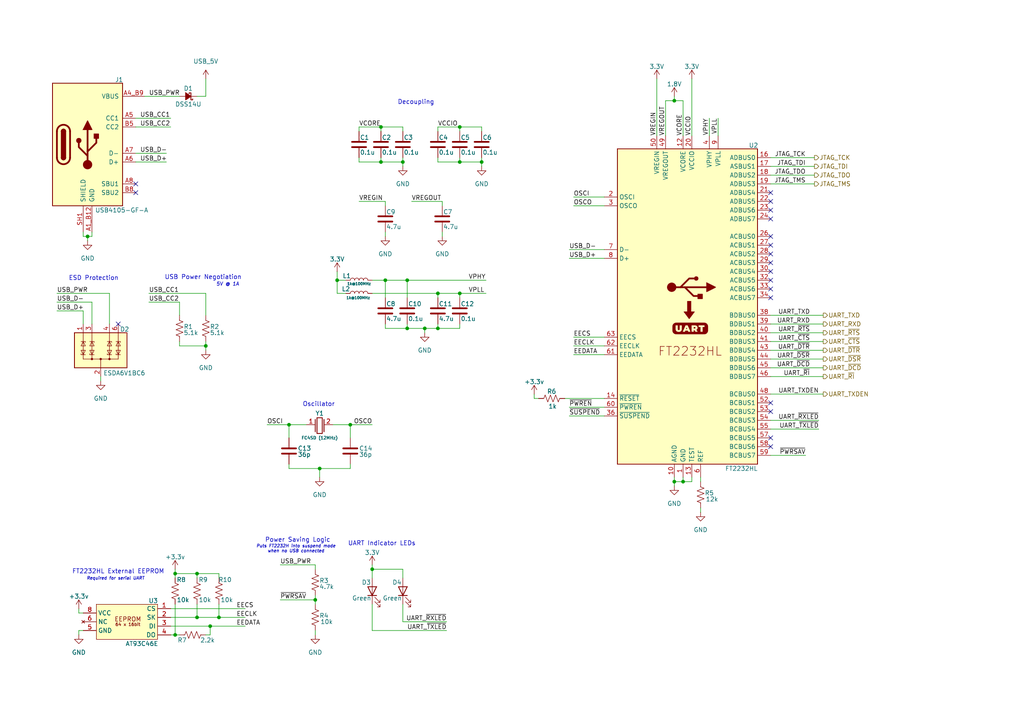
<source format=kicad_sch>
(kicad_sch (version 20231120) (generator "eeschema") (generator_version "8.0")
  (paper "A4")
  (lib_symbols
    (symbol "AA_Connectors:USB4105-GF-A" (pin_names (offset 1.016))
      (property "Reference" "J" (at 9.144 -24.384 0))
      (property "Value" "USB4105-GF-A" (at 0 14.224 0))
      (symbol "USB4105-GF-A_1_1"
        (pin passive line (at 1.27 -30.48 90) (length 7.62) (name "GND") (number "A1_B12"))
        (pin power_in line (at 16.51 8.89 180) (length 6.35) (name "VBUS") (number "A4_B9"))
        (pin bidirectional line (at 13.97 2.54 180) (length 3.81) (name "CC1") (number "A5"))
        (pin bidirectional line (at 13.97 -10.16 180) (length 3.81) (name "D+") (number "A6"))
        (pin bidirectional line (at 13.97 -7.62 180) (length 3.81) (name "D-") (number "A7"))
        (pin bidirectional line (at 13.97 -16.51 180) (length 3.81) (name "SBU1") (number "A8"))
        (pin passive line (at 1.27 -30.48 90) (length 7.62) hide (name "GND") (number "B1_A12"))
        (pin power_in line (at 16.51 8.89 180) (length 6.35) hide (name "VBUS") (number "B4_A9"))
        (pin bidirectional line (at 13.97 0 180) (length 3.81) (name "CC2") (number "B5"))
        (pin bidirectional line (at 13.97 -10.16 180) (length 3.81) hide (name "D+") (number "B6"))
        (pin bidirectional line (at 13.97 -7.62 180) (length 3.81) hide (name "D-") (number "B7"))
        (pin bidirectional line (at 13.97 -19.05 180) (length 3.81) (name "SBU2") (number "B8"))
        (pin passive line (at -1.27 -30.48 90) (length 7.62) (name "SHIELD") (number "SH1"))
        (pin passive line (at -1.27 -30.48 90) (length 7.62) hide (name "SHIELD") (number "SH2"))
        (pin passive line (at -1.27 -30.48 90) (length 7.62) hide (name "SHIELD") (number "SH3"))
        (pin passive line (at -1.27 -30.48 90) (length 7.62) hide (name "SHIELD") (number "SH4"))
      )
    )
    (symbol "AA_Crystals:CFS-206"
      (property "Reference" "Y" (at -0.762 3.81 0))
      (property "Value" "CFS-206" (at -4.572 -3.048 0))
      (symbol "CFS-206_1_1"
        (pin passive line (at -3.81 0 0) (length 2.54) (name "") (number "1"))
        (pin passive line (at 3.81 0 180) (length 2.54) (name "") (number "2"))
      )
    )
    (symbol "AA_EEPROM:AT93C46E"
      (property "Reference" "U" (at 7.874 6.096 0))
      (property "Value" "AT93C46E" (at 4.318 -6.35 0))
      (symbol "AT93C46E_0_0"
        (pin input line (at 12.7 3.81 180) (length 3.81) (name "CS") (number "1"))
        (pin input line (at 12.7 1.27 180) (length 3.81) (name "SK") (number "2"))
        (pin input line (at 12.7 -1.27 180) (length 3.81) (name "DI") (number "3"))
        (pin output line (at 12.7 -3.81 180) (length 3.81) (name "DO") (number "4"))
        (pin power_in line (at -12.7 -2.54 0) (length 3.81) (name "GND") (number "5"))
        (pin no_connect line (at -12.7 0 0) (length 3.81) (name "NC") (number "6"))
        (pin power_in line (at -12.7 2.54 0) (length 3.81) (name "VCC") (number "8"))
      )
      (symbol "AT93C46E_1_0"
        (pin no_connect line (at -12.7 0 0) (length 3.81) hide (name "NC") (number "7"))
      )
      (symbol "AT93C46E_1_1"
        (text "64 x 16bit" (at 0.254 -0.762 0) (effects (font (size 0.889 0.889))))
        (text "EEPROM" (at 0.254 0.762 0) (effects (font (size 1.27 1.27))))
      )
    )
    (symbol "AA_USB_Interface:FT2232HL"
      (property "Reference" "U" (at 19.05 46.736 0))
      (property "Value" "FT2232HL" (at 16.002 -46.99 0))
      (symbol "FT2232HL_0_0"
        (pin power_in line (at -1.27 -49.53 90) (length 3.81) (name "GND") (number "1"))
        (pin power_in line (at -1.27 49.53 270) (length 3.81) (name "VCORE") (number "12"))
        (pin input line (at 1.27 -49.53 90) (length 3.81) (name "TEST") (number "13"))
        (pin input line (at -24.13 -26.67 0) (length 3.81) (name "~{RESET}") (number "14"))
        (pin bidirectional line (at 24.13 43.18 180) (length 3.81) (name "ADBUS0") (number "16"))
        (pin bidirectional line (at 24.13 40.64 180) (length 3.81) (name "ASBUS1") (number "17"))
        (pin bidirectional line (at 24.13 38.1 180) (length 3.81) (name "ADBUS2") (number "18"))
        (pin bidirectional line (at 24.13 35.56 180) (length 3.81) (name "ADBUS3") (number "19"))
        (pin input line (at -24.13 31.75 0) (length 3.81) (name "OSCI") (number "2"))
        (pin power_in line (at 1.27 49.53 270) (length 3.81) (name "VCCIO") (number "20"))
        (pin bidirectional line (at 24.13 33.02 180) (length 3.81) (name "ADBUS4") (number "21"))
        (pin bidirectional line (at 24.13 30.48 180) (length 3.81) (name "ADBUS5") (number "22"))
        (pin bidirectional line (at 24.13 27.94 180) (length 3.81) (name "ADBUS6") (number "23"))
        (pin bidirectional line (at 24.13 25.4 180) (length 3.81) (name "ADBUS7") (number "24"))
        (pin bidirectional line (at 24.13 20.32 180) (length 3.81) (name "ACBUS0") (number "26"))
        (pin bidirectional line (at 24.13 17.78 180) (length 3.81) (name "ACBUS1") (number "27"))
        (pin bidirectional line (at 24.13 15.24 180) (length 3.81) (name "ACBUS2") (number "28"))
        (pin bidirectional line (at 24.13 12.7 180) (length 3.81) (name "ACBUS3") (number "29"))
        (pin output line (at -24.13 29.21 0) (length 3.81) (name "OSCO") (number "3"))
        (pin bidirectional line (at 24.13 10.16 180) (length 3.81) (name "ACBUS4") (number "30"))
        (pin bidirectional line (at 24.13 7.62 180) (length 3.81) (name "ACBUS5") (number "32"))
        (pin bidirectional line (at 24.13 5.08 180) (length 3.81) (name "ACBUS6") (number "33"))
        (pin bidirectional line (at 24.13 2.54 180) (length 3.81) (name "ACBUS7") (number "34"))
        (pin output line (at -24.13 -31.75 0) (length 3.81) (name "~{SUSPEND}") (number "36"))
        (pin bidirectional line (at 24.13 -2.54 180) (length 3.81) (name "BDBUS0") (number "38"))
        (pin bidirectional line (at 24.13 -5.08 180) (length 3.81) (name "BDBUS1") (number "39"))
        (pin power_in line (at 6.35 49.53 270) (length 3.81) (name "VPHY") (number "4"))
        (pin bidirectional line (at 24.13 -7.62 180) (length 3.81) (name "BDBUS2") (number "40"))
        (pin bidirectional line (at 24.13 -10.16 180) (length 3.81) (name "BDBUS3") (number "41"))
        (pin bidirectional line (at 24.13 -12.7 180) (length 3.81) (name "BDBUS4") (number "43"))
        (pin bidirectional line (at 24.13 -15.24 180) (length 3.81) (name "BDBUS5") (number "44"))
        (pin bidirectional line (at 24.13 -17.78 180) (length 3.81) (name "BDBUS6") (number "45"))
        (pin bidirectional line (at 24.13 -20.32 180) (length 3.81) (name "BDBUS7") (number "46"))
        (pin bidirectional line (at 24.13 -25.4 180) (length 3.81) (name "BCBUS0") (number "48"))
        (pin power_out line (at -6.35 49.53 270) (length 3.81) (name "VREGOUT") (number "49"))
        (pin power_in line (at -8.89 49.53 270) (length 3.81) (name "VREGIN") (number "50"))
        (pin bidirectional line (at 24.13 -27.94 180) (length 3.81) (name "BCBUS1") (number "52"))
        (pin bidirectional line (at 24.13 -30.48 180) (length 3.81) (name "BCBUS2") (number "53"))
        (pin bidirectional line (at 24.13 -33.02 180) (length 3.81) (name "BCBUS3") (number "54"))
        (pin bidirectional line (at 24.13 -35.56 180) (length 3.81) (name "BCBUS4") (number "55"))
        (pin bidirectional line (at 24.13 -38.1 180) (length 3.81) (name "BCBUS5") (number "57"))
        (pin bidirectional line (at 24.13 -40.64 180) (length 3.81) (name "BCBUS6") (number "58"))
        (pin bidirectional line (at 24.13 -43.18 180) (length 3.81) (name "BCBUS7") (number "59"))
        (pin input line (at 3.81 -49.53 90) (length 3.81) (name "REF") (number "6"))
        (pin output line (at -24.13 -29.21 0) (length 3.81) (name "~{PWREN}") (number "60"))
        (pin bidirectional line (at -24.13 -13.97 0) (length 3.81) (name "EEDATA") (number "61"))
        (pin output line (at -24.13 -11.43 0) (length 3.81) (name "EECLK") (number "62"))
        (pin bidirectional line (at -24.13 -8.89 0) (length 3.81) (name "EECS") (number "63"))
        (pin power_in line (at 8.89 49.53 270) (length 3.81) (name "VPLL") (number "9"))
      )
      (symbol "FT2232HL_1_0"
        (pin power_in line (at -3.81 -49.53 90) (length 3.81) (name "AGND") (number "10"))
        (pin power_in line (at -1.27 -49.53 90) (length 3.81) hide (name "GND") (number "11"))
        (pin power_in line (at -1.27 -49.53 90) (length 3.81) hide (name "GND") (number "15"))
        (pin power_in line (at -1.27 -49.53 90) (length 3.81) hide (name "GND") (number "25"))
        (pin power_in line (at 1.27 49.53 270) (length 3.81) hide (name "VCCIO") (number "31"))
        (pin power_in line (at -1.27 -49.53 90) (length 3.81) hide (name "GND") (number "35"))
        (pin power_in line (at -1.27 49.53 270) (length 3.81) hide (name "VCORE") (number "37"))
        (pin power_in line (at 1.27 49.53 270) (length 3.81) hide (name "VCCIO") (number "42"))
        (pin power_in line (at -1.27 -49.53 90) (length 3.81) hide (name "GND") (number "47"))
        (pin power_in line (at -1.27 -49.53 90) (length 3.81) hide (name "GND") (number "5"))
        (pin power_in line (at -1.27 -49.53 90) (length 3.81) hide (name "GND") (number "51"))
        (pin power_in line (at 1.27 49.53 270) (length 3.81) hide (name "VCCIO") (number "56"))
        (pin power_in line (at -1.27 49.53 270) (length 3.81) hide (name "VCORE") (number "64"))
        (pin bidirectional line (at -24.13 16.51 0) (length 3.81) (name "D-") (number "7"))
        (pin bidirectional line (at -24.13 13.97 0) (length 3.81) (name "D+") (number "8"))
      )
      (symbol "FT2232HL_1_1"
        (text "FT2232HL" (at 0.762 -12.954 0) (effects (font (size 2.54 2.54))))
      )
    )
    (symbol "Device:C" (pin_numbers hide) (pin_names (offset 0.254))
      (property "Reference" "C" (at 0.635 2.54 0))
      (property "Value" "C" (at 0.635 -2.54 0))
      (symbol "C_1_1"
        (pin passive line (at 0 3.81 270) (length 2.794) (name "~") (number "1"))
        (pin passive line (at 0 -3.81 90) (length 2.794) (name "~") (number "2"))
      )
    )
    (symbol "Device:D_Schottky_Small_Filled" (pin_numbers hide) (pin_names (offset 0.254) hide)
      (property "Reference" "D" (at -1.27 2.032 0))
      (property "Value" "D_Schottky_Small_Filled" (at -7.112 -2.032 0))
      (symbol "D_Schottky_Small_Filled_1_1"
        (pin passive line (at -2.54 0 0) (length 1.778) (name "K") (number "1"))
        (pin passive line (at 2.54 0 180) (length 1.778) (name "A") (number "2"))
      )
    )
    (symbol "Device:L" (pin_numbers hide) (pin_names (offset 1.016) hide)
      (property "Reference" "L" (at -1.27 0 90))
      (property "Value" "L" (at 1.905 0 90))
      (symbol "L_1_1"
        (pin passive line (at 0 3.81 270) (length 1.27) (name "1") (number "1"))
        (pin passive line (at 0 -3.81 90) (length 1.27) (name "2") (number "2"))
      )
    )
    (symbol "Device:LED" (pin_numbers hide) (pin_names (offset 1.016) hide)
      (property "Reference" "D" (at 0 2.54 0))
      (property "Value" "LED" (at 0 -2.54 0))
      (symbol "LED_1_1"
        (pin passive line (at -3.81 0 0) (length 2.54) (name "K") (number "1"))
        (pin passive line (at 3.81 0 180) (length 2.54) (name "A") (number "2"))
      )
    )
    (symbol "Device:R_US" (pin_numbers hide) (pin_names (offset 0))
      (property "Reference" "R" (at 2.54 0 90))
      (property "Value" "R_US" (at -2.54 0 90))
      (symbol "R_US_1_1"
        (pin passive line (at 0 3.81 270) (length 1.27) (name "~") (number "1"))
        (pin passive line (at 0 -3.81 90) (length 1.27) (name "~") (number "2"))
      )
    )
    (symbol "Power_Protection:ESDA6V1BC6" (pin_names hide)
      (property "Reference" "D" (at -2.54 -6.35 0))
      (property "Value" "ESDA6V1BC6" (at 1.27 -6.35 0))
      (symbol "ESDA6V1BC6_0_0"
        (pin passive line (at 0 -7.62 90) (length 2.54) (name "COM") (number "2"))
      )
      (symbol "ESDA6V1BC6_1_1"
        (pin passive line (at -5.08 7.62 270) (length 2.54) (name "TVS1") (number "1"))
        (pin passive line (at -2.54 7.62 270) (length 2.54) (name "TVS2") (number "3"))
        (pin passive line (at 2.54 7.62 270) (length 2.54) (name "TVS3") (number "4"))
        (pin passive line (at 0 -7.62 90) (length 2.54) hide (name "COM") (number "5"))
        (pin passive line (at 5.08 7.62 270) (length 2.54) (name "TVS4") (number "6"))
      )
    )
    (symbol "power:+3.3V" (power) (pin_numbers hide) (pin_names (offset 0) hide)
      (property "Value" "+3.3V" (at 0 3.556 0))
      (symbol "+3.3V_1_1"
        (pin power_in line (at 0 0 90) (length 0) (name "~") (number "1"))
      )
    )
    (symbol "power:GND" (power) (pin_numbers hide) (pin_names (offset 0) hide)
      (property "Value" "GND" (at 0 -3.81 0))
      (symbol "GND_1_1"
        (pin power_in line (at 0 0 270) (length 0) (name "~") (number "1"))
      )
    )
  )
  (junction (at 59.69 100.33))
  (junction (at 116.84 46.99))
  (junction (at 123.19 95.25))
  (junction (at 107.95 165.1))
  (junction (at 110.49 36.83))
  (junction (at 118.11 81.28))
  (junction (at 133.35 85.09))
  (junction (at 92.71 135.89))
  (junction (at 133.35 36.83))
  (junction (at 57.15 179.07))
  (junction (at 111.76 81.28))
  (junction (at 50.8 166.37))
  (junction (at 110.49 46.99))
  (junction (at 101.6 123.19))
  (junction (at 198.12 139.7))
  (junction (at 195.58 139.7))
  (junction (at 50.8 184.15))
  (junction (at 83.82 123.19))
  (junction (at 127 95.25))
  (junction (at 91.44 173.99))
  (junction (at 63.5 179.07))
  (junction (at 60.96 181.61))
  (junction (at 127 85.09))
  (junction (at 195.58 29.21))
  (junction (at 97.79 81.28))
  (junction (at 118.11 95.25))
  (junction (at 25.4 68.58))
  (junction (at 57.15 166.37))
  (junction (at 139.7 46.99))
  (junction (at 133.35 46.99))
  (no_connect (at 223.52 81.28))
  (no_connect (at 223.52 83.82))
  (no_connect (at 223.52 119.38))
  (no_connect (at 34.29 93.98))
  (no_connect (at 223.52 78.74))
  (no_connect (at 223.52 116.84))
  (no_connect (at 39.37 53.34))
  (no_connect (at 223.52 86.36))
  (no_connect (at 223.52 76.2))
  (no_connect (at 39.37 55.88))
  (no_connect (at 223.52 127))
  (no_connect (at 223.52 71.12))
  (no_connect (at 223.52 63.5))
  (no_connect (at 223.52 68.58))
  (no_connect (at 223.52 58.42))
  (no_connect (at 223.52 60.96))
  (no_connect (at 223.52 129.54))
  (no_connect (at 223.52 55.88))
  (no_connect (at 223.52 73.66))
  (wire (pts (xy 52.07 91.44) (xy 52.07 87.63)))
  (wire (pts (xy 110.49 46.99) (xy 116.84 46.99)))
  (wire (pts (xy 107.95 163.83) (xy 107.95 165.1)))
  (wire (pts (xy 50.8 184.15) (xy 52.07 184.15)))
  (wire (pts (xy 223.52 104.14) (xy 238.76 104.14)))
  (wire (pts (xy 223.52 45.72) (xy 236.22 45.72)))
  (wire (pts (xy 166.37 97.79) (xy 175.26 97.79)))
  (wire (pts (xy 203.2 138.43) (xy 203.2 139.7)))
  (wire (pts (xy 22.86 176.53) (xy 22.86 177.8)))
  (wire (pts (xy 111.76 95.25) (xy 118.11 95.25)))
  (wire (pts (xy 128.27 67.31) (xy 128.27 68.58)))
  (wire (pts (xy 128.27 58.42) (xy 128.27 59.69)))
  (wire (pts (xy 116.84 175.26) (xy 116.84 180.34)))
  (wire (pts (xy 118.11 81.28) (xy 118.11 86.36)))
  (wire (pts (xy 139.7 46.99) (xy 139.7 48.26)))
  (wire (pts (xy 107.95 85.09) (xy 127 85.09)))
  (wire (pts (xy 26.67 87.63) (xy 16.51 87.63)))
  (wire (pts (xy 59.69 184.15) (xy 60.96 184.15)))
  (wire (pts (xy 223.52 109.22) (xy 238.76 109.22)))
  (wire (pts (xy 104.14 46.99) (xy 110.49 46.99)))
  (wire (pts (xy 198.12 29.21) (xy 198.12 39.37)))
  (wire (pts (xy 97.79 85.09) (xy 100.33 85.09)))
  (wire (pts (xy 127 95.25) (xy 133.35 95.25)))
  (wire (pts (xy 50.8 175.26) (xy 50.8 184.15)))
  (wire (pts (xy 223.52 93.98) (xy 238.76 93.98)))
  (wire (pts (xy 22.86 182.88) (xy 24.13 182.88)))
  (wire (pts (xy 165.1 118.11) (xy 175.26 118.11)))
  (wire (pts (xy 107.95 165.1) (xy 107.95 167.64)))
  (wire (pts (xy 52.07 99.06) (xy 52.07 100.33)))
  (wire (pts (xy 116.84 46.99) (xy 116.84 48.26)))
  (wire (pts (xy 57.15 27.94) (xy 59.69 27.94)))
  (wire (pts (xy 52.07 87.63) (xy 43.18 87.63)))
  (wire (pts (xy 166.37 100.33) (xy 175.26 100.33)))
  (wire (pts (xy 57.15 166.37) (xy 63.5 166.37)))
  (wire (pts (xy 25.4 68.58) (xy 26.67 68.58)))
  (wire (pts (xy 52.07 100.33) (xy 59.69 100.33)))
  (wire (pts (xy 195.58 138.43) (xy 195.58 139.7)))
  (wire (pts (xy 139.7 46.99) (xy 139.7 45.72)))
  (wire (pts (xy 110.49 36.83) (xy 116.84 36.83)))
  (wire (pts (xy 59.69 100.33) (xy 59.69 99.06)))
  (wire (pts (xy 77.47 123.19) (xy 83.82 123.19)))
  (wire (pts (xy 59.69 100.33) (xy 59.69 101.6)))
  (wire (pts (xy 29.21 109.22) (xy 29.21 110.49)))
  (wire (pts (xy 63.5 175.26) (xy 63.5 179.07)))
  (wire (pts (xy 104.14 58.42) (xy 111.76 58.42)))
  (wire (pts (xy 133.35 45.72) (xy 133.35 46.99)))
  (wire (pts (xy 57.15 179.07) (xy 63.5 179.07)))
  (wire (pts (xy 107.95 182.88) (xy 129.54 182.88)))
  (wire (pts (xy 104.14 36.83) (xy 110.49 36.83)))
  (wire (pts (xy 60.96 181.61) (xy 71.12 181.61)))
  (wire (pts (xy 195.58 29.21) (xy 198.12 29.21)))
  (wire (pts (xy 49.53 181.61) (xy 60.96 181.61)))
  (wire (pts (xy 24.13 67.31) (xy 24.13 68.58)))
  (wire (pts (xy 60.96 184.15) (xy 60.96 181.61)))
  (wire (pts (xy 91.44 173.99) (xy 91.44 175.26)))
  (wire (pts (xy 208.28 34.29) (xy 208.28 39.37)))
  (wire (pts (xy 83.82 123.19) (xy 88.9 123.19)))
  (wire (pts (xy 81.28 163.83) (xy 91.44 163.83)))
  (wire (pts (xy 43.18 85.09) (xy 59.69 85.09)))
  (wire (pts (xy 154.94 114.3) (xy 154.94 115.57)))
  (wire (pts (xy 57.15 166.37) (xy 57.15 167.64)))
  (wire (pts (xy 166.37 59.69) (xy 175.26 59.69)))
  (wire (pts (xy 63.5 166.37) (xy 63.5 167.64)))
  (wire (pts (xy 39.37 36.83) (xy 49.53 36.83)))
  (wire (pts (xy 24.13 68.58) (xy 25.4 68.58)))
  (wire (pts (xy 59.69 85.09) (xy 59.69 91.44)))
  (wire (pts (xy 111.76 67.31) (xy 111.76 68.58)))
  (wire (pts (xy 127 46.99) (xy 133.35 46.99)))
  (wire (pts (xy 133.35 46.99) (xy 139.7 46.99)))
  (wire (pts (xy 127 36.83) (xy 133.35 36.83)))
  (wire (pts (xy 41.91 27.94) (xy 52.07 27.94)))
  (wire (pts (xy 205.74 34.29) (xy 205.74 39.37)))
  (wire (pts (xy 193.04 29.21) (xy 193.04 39.37)))
  (wire (pts (xy 83.82 135.89) (xy 92.71 135.89)))
  (wire (pts (xy 223.52 121.92) (xy 237.49 121.92)))
  (wire (pts (xy 223.52 124.46) (xy 237.49 124.46)))
  (wire (pts (xy 49.53 176.53) (xy 71.12 176.53)))
  (wire (pts (xy 91.44 172.72) (xy 91.44 173.99)))
  (wire (pts (xy 110.49 36.83) (xy 110.49 38.1)))
  (wire (pts (xy 200.66 22.86) (xy 200.66 39.37)))
  (wire (pts (xy 107.95 81.28) (xy 111.76 81.28)))
  (wire (pts (xy 165.1 120.65) (xy 175.26 120.65)))
  (wire (pts (xy 96.52 123.19) (xy 101.6 123.19)))
  (wire (pts (xy 107.95 175.26) (xy 107.95 182.88)))
  (wire (pts (xy 26.67 68.58) (xy 26.67 67.31)))
  (wire (pts (xy 110.49 45.72) (xy 110.49 46.99)))
  (wire (pts (xy 116.84 180.34) (xy 129.54 180.34)))
  (wire (pts (xy 133.35 36.83) (xy 133.35 38.1)))
  (wire (pts (xy 123.19 95.25) (xy 123.19 96.52)))
  (wire (pts (xy 133.35 85.09) (xy 140.97 85.09)))
  (wire (pts (xy 200.66 139.7) (xy 198.12 139.7)))
  (wire (pts (xy 127 38.1) (xy 127 36.83)))
  (wire (pts (xy 111.76 58.42) (xy 111.76 59.69)))
  (wire (pts (xy 223.52 106.68) (xy 238.76 106.68)))
  (wire (pts (xy 91.44 163.83) (xy 91.44 165.1)))
  (wire (pts (xy 111.76 81.28) (xy 118.11 81.28)))
  (wire (pts (xy 195.58 27.94) (xy 195.58 29.21)))
  (wire (pts (xy 166.37 57.15) (xy 175.26 57.15)))
  (wire (pts (xy 190.5 22.86) (xy 190.5 39.37)))
  (wire (pts (xy 223.52 101.6) (xy 238.76 101.6)))
  (wire (pts (xy 91.44 182.88) (xy 91.44 184.15)))
  (wire (pts (xy 50.8 166.37) (xy 57.15 166.37)))
  (wire (pts (xy 111.76 93.98) (xy 111.76 95.25)))
  (wire (pts (xy 101.6 123.19) (xy 107.95 123.19)))
  (wire (pts (xy 50.8 165.1) (xy 50.8 166.37)))
  (wire (pts (xy 223.52 114.3) (xy 238.76 114.3)))
  (wire (pts (xy 83.82 123.19) (xy 83.82 127)))
  (wire (pts (xy 31.75 85.09) (xy 31.75 93.98)))
  (wire (pts (xy 22.86 184.15) (xy 22.86 182.88)))
  (wire (pts (xy 104.14 45.72) (xy 104.14 46.99)))
  (wire (pts (xy 49.53 179.07) (xy 57.15 179.07)))
  (wire (pts (xy 195.58 139.7) (xy 195.58 140.97)))
  (wire (pts (xy 116.84 36.83) (xy 116.84 38.1)))
  (wire (pts (xy 104.14 38.1) (xy 104.14 36.83)))
  (wire (pts (xy 26.67 87.63) (xy 26.67 93.98)))
  (wire (pts (xy 83.82 134.62) (xy 83.82 135.89)))
  (wire (pts (xy 200.66 138.43) (xy 200.66 139.7)))
  (wire (pts (xy 223.52 91.44) (xy 238.76 91.44)))
  (wire (pts (xy 165.1 74.93) (xy 175.26 74.93)))
  (wire (pts (xy 63.5 179.07) (xy 71.12 179.07)))
  (wire (pts (xy 223.52 96.52) (xy 238.76 96.52)))
  (wire (pts (xy 223.52 53.34) (xy 236.22 53.34)))
  (wire (pts (xy 97.79 81.28) (xy 100.33 81.28)))
  (wire (pts (xy 116.84 165.1) (xy 116.84 167.64)))
  (wire (pts (xy 97.79 81.28) (xy 97.79 85.09)))
  (wire (pts (xy 97.79 78.74) (xy 97.79 81.28)))
  (wire (pts (xy 25.4 68.58) (xy 25.4 69.85)))
  (wire (pts (xy 39.37 44.45) (xy 48.26 44.45)))
  (wire (pts (xy 203.2 147.32) (xy 203.2 148.59)))
  (wire (pts (xy 116.84 46.99) (xy 116.84 45.72)))
  (wire (pts (xy 57.15 175.26) (xy 57.15 179.07)))
  (wire (pts (xy 92.71 135.89) (xy 92.71 138.43)))
  (wire (pts (xy 81.28 173.99) (xy 91.44 173.99)))
  (wire (pts (xy 223.52 99.06) (xy 238.76 99.06)))
  (wire (pts (xy 107.95 165.1) (xy 116.84 165.1)))
  (wire (pts (xy 118.11 81.28) (xy 140.97 81.28)))
  (wire (pts (xy 119.38 58.42) (xy 128.27 58.42)))
  (wire (pts (xy 101.6 123.19) (xy 101.6 127)))
  (wire (pts (xy 165.1 72.39) (xy 175.26 72.39)))
  (wire (pts (xy 127 95.25) (xy 127 93.98)))
  (wire (pts (xy 166.37 102.87) (xy 175.26 102.87)))
  (wire (pts (xy 39.37 46.99) (xy 48.26 46.99)))
  (wire (pts (xy 39.37 34.29) (xy 49.53 34.29)))
  (wire (pts (xy 24.13 90.17) (xy 24.13 93.98)))
  (wire (pts (xy 31.75 85.09) (xy 16.51 85.09)))
  (wire (pts (xy 133.35 95.25) (xy 133.35 93.98)))
  (wire (pts (xy 133.35 36.83) (xy 139.7 36.83)))
  (wire (pts (xy 16.51 90.17) (xy 24.13 90.17)))
  (wire (pts (xy 24.13 177.8) (xy 22.86 177.8)))
  (wire (pts (xy 154.94 115.57) (xy 156.21 115.57)))
  (wire (pts (xy 198.12 138.43) (xy 198.12 139.7)))
  (wire (pts (xy 127 45.72) (xy 127 46.99)))
  (wire (pts (xy 133.35 85.09) (xy 133.35 86.36)))
  (wire (pts (xy 139.7 36.83) (xy 139.7 38.1)))
  (wire (pts (xy 127 85.09) (xy 127 86.36)))
  (wire (pts (xy 223.52 132.08) (xy 233.68 132.08)))
  (wire (pts (xy 101.6 135.89) (xy 101.6 134.62)))
  (wire (pts (xy 193.04 29.21) (xy 195.58 29.21)))
  (wire (pts (xy 163.83 115.57) (xy 175.26 115.57)))
  (wire (pts (xy 111.76 81.28) (xy 111.76 86.36)))
  (wire (pts (xy 50.8 166.37) (xy 50.8 167.64)))
  (wire (pts (xy 127 85.09) (xy 133.35 85.09)))
  (wire (pts (xy 123.19 95.25) (xy 127 95.25)))
  (wire (pts (xy 118.11 93.98) (xy 118.11 95.25)))
  (wire (pts (xy 59.69 27.94) (xy 59.69 22.86)))
  (wire (pts (xy 223.52 50.8) (xy 236.22 50.8)))
  (wire (pts (xy 195.58 139.7) (xy 198.12 139.7)))
  (wire (pts (xy 118.11 95.25) (xy 123.19 95.25)))
  (wire (pts (xy 92.71 135.89) (xy 101.6 135.89)))
  (wire (pts (xy 223.52 48.26) (xy 236.22 48.26)))
  (wire (pts (xy 49.53 184.15) (xy 50.8 184.15)))
  (text "USB Power Negotiation" (at 58.928 80.518 0) (effects (font (size 1.27 1.27))))
  (text "5V @ 1A" (at 66.04 82.55 0) (effects (font (size 1.016 1.016) (italic yes))))
  (text "Required for serial UART" (at 33.528 167.894 0) (effects (font (size 0.889 0.889) (italic yes))))
  (text "Puts FT2232H into suspend mode\nwhen no USB connected" (at 85.852 159.258 0) (effects (font (size 0.889 0.889) (italic yes))))
  (text "Oscillator" (at 92.456 117.348 0) (effects (font (size 1.27 1.27))))
  (text "ESD Protection" (at 27.178 80.772 0) (effects (font (size 1.27 1.27))))
  (text "FT2232HL External EEPROM" (at 34.29 165.862 0) (effects (font (size 1.27 1.27))))
  (text "Power Saving Logic" (at 86.36 156.718 0) (effects (font (size 1.27 1.27))))
  (text "Decoupling" (at 120.65 29.718 0) (effects (font (size 1.27 1.27))))
  (text "UART Indicator LEDs" (at 110.744 157.734 0) (effects (font (size 1.27 1.27))))
  (label "USB_PWR" (at 43.18 27.94 0))
  (label "VREGIN" (at 104.14 58.42 0))
  (label "USB_D-" (at 40.64 44.45 0))
  (label "USB_PWR" (at 16.51 85.09 0))
  (label "VREGOUT" (at 193.04 39.37 90))
  (label "USB_CC1" (at 43.18 85.09 0))
  (label "JTAG_TDO" (at 233.68 50.8 180))
  (label "EECS" (at 68.58 176.53 0))
  (label "VREGOUT" (at 119.38 58.42 0))
  (label "EECLK" (at 166.37 100.33 0))
  (label "USB_PWR" (at 81.28 163.83 0))
  (label "USB_CC2" (at 40.64 36.83 0))
  (label "VCCIO" (at 200.66 39.37 90))
  (label "UART_~{DTR}" (at 234.95 101.6 180))
  (label "~{PWRSAV}" (at 233.68 132.08 180))
  (label "UART_TXD" (at 234.95 91.44 180))
  (label "UART_~{RXLED}" (at 237.49 121.92 180))
  (label "EEDATA" (at 68.58 181.61 0))
  (label "EECLK" (at 68.58 179.07 0))
  (label "OSCI" (at 166.37 57.15 0))
  (label "VREGIN" (at 190.5 39.37 90))
  (label "USB_CC2" (at 43.18 87.63 0))
  (label "UART_~{RXLED}" (at 129.54 180.34 180))
  (label "JTAG_TMS" (at 233.68 53.34 180))
  (label "JTAG_TDI" (at 233.68 48.26 180))
  (label "UART_~{CTS}" (at 234.95 99.06 180))
  (label "USB_D-" (at 165.1 72.39 0))
  (label "USB_D+" (at 165.1 74.93 0))
  (label "VPHY" (at 205.74 34.29 270))
  (label "UART_RXD" (at 234.95 93.98 180))
  (label "UART_~{DSR}" (at 234.95 104.14 180))
  (label "UART_~{TXLED}" (at 129.54 182.88 180))
  (label "VCORE" (at 104.14 36.83 0))
  (label "~{PWREN}" (at 165.1 118.11 0))
  (label "EECS" (at 166.37 97.79 0))
  (label "VPHY" (at 135.89 81.28 0))
  (label "USB_CC1" (at 40.64 34.29 0))
  (label "OSCO" (at 107.95 123.19 180))
  (label "USB_D+" (at 16.51 90.17 0))
  (label "USB_D-" (at 16.51 87.63 0))
  (label "VCCIO" (at 127 36.83 0))
  (label "UART_~{RI}" (at 234.95 109.22 180))
  (label "UART_~{RTS}" (at 234.95 96.52 180))
  (label "UART_~{TXLED}" (at 237.49 124.46 180))
  (label "VPLL" (at 208.28 34.29 270))
  (label "JTAG_TCK" (at 233.68 45.72 180))
  (label "OSCI" (at 77.47 123.19 0))
  (label "VPLL" (at 135.89 85.09 0))
  (label "~{SUSPEND}" (at 165.1 120.65 0))
  (label "VCORE" (at 198.12 39.37 90))
  (label "UART_~{DCD}" (at 234.95 106.68 180))
  (label "~{PWRSAV}" (at 81.28 173.99 0))
  (label "UART_TXDEN" (at 237.49 114.3 180))
  (label "OSCO" (at 166.37 59.69 0))
  (label "EEDATA" (at 166.37 102.87 0))
  (label "USB_D+" (at 40.64 46.99 0))
  (hierarchical_label "UART_~{DTR}" (shape output) (at 238.76 101.6 0))
  (hierarchical_label "JTAG_TMS" (shape output) (at 236.22 53.34 0))
  (hierarchical_label "UART_~{RI}" (shape output) (at 238.76 109.22 0))
  (hierarchical_label "JTAG_TDO" (shape output) (at 236.22 50.8 0))
  (hierarchical_label "UART_RXD" (shape output) (at 238.76 93.98 0))
  (hierarchical_label "UART_TXDEN" (shape output) (at 238.76 114.3 0))
  (hierarchical_label "JTAG_TDI" (shape output) (at 236.22 48.26 0))
  (hierarchical_label "UART_~{RTS}" (shape output) (at 238.76 96.52 0))
  (hierarchical_label "UART_~{DSR}" (shape output) (at 238.76 104.14 0))
  (hierarchical_label "UART_~{DCD}" (shape output) (at 238.76 106.68 0))
  (hierarchical_label "UART_TXD" (shape output) (at 238.76 91.44 0))
  (hierarchical_label "UART_~{CTS}" (shape output) (at 238.76 99.06 0))
  (hierarchical_label "JTAG_TCK" (shape output) (at 236.22 45.72 0))
  (symbol (lib_id "Power_Protection:ESDA6V1BC6") (at 29.21 101.6 0) (unit 1)
    (property "Reference" "D2" (at 34.798 95.504 0) (effects (justify left)))
    (property "Value" "ESDA6V1BC6" (at 29.972 108.204 0) (effects (justify left)))
    (property "Footprint" "Package_TO_SOT_SMD:SOT-23-6" (effects (hide yes)))
    (property "Datasheet" "http://www.st.com/content/ccc/resource/technical/document/datasheet/21/07/21/e3/a8/df/42/a2/CD00001906.pdf/files/CD00001906.pdf/jcr:content/translations/en.CD00001906.pdf" (effects (hide yes)))
    (property "Description" "Quad bidirectional transil, Suppressor for ESD protection, 5V Standoff, 4 Channels, SOT-23-6" (effects (hide yes)))
  )
  (symbol (lib_id "AA_Connectors:USB4105-GF-A") (at 25.4 36.83 0) (unit 1)
    (property "Reference" "J1" (at 34.544 23.114 0))
    (property "Value" "USB4105-GF-A" (at 35.306 60.96 0))
    (property "Footprint" "AA_Connectors:GCT_USB4105-GF-A" (effects (hide yes)))
    (property "Datasheet" "https://mm.digikey.com/Volume0/opasdata/d220001/medias/docus/5492/USB4105.pdf" (effects (hide yes)))
    (property "Description" "USB 2.0-only 16P Type-C Receptacle connector" (effects (hide yes)))
  )
  (symbol (lib_id "Device:C") (at 127 41.91 0) (unit 1)
    (property "Reference" "C4" (at 127.254 39.878 0) (effects (justify left)))
    (property "Value" "0.1u" (at 127.254 44.196 0) (effects (justify left)))
    (property "Footprint" "Capacitor_SMD:C_0805_2012Metric" (effects (hide yes)))
    (property "Description" "Unpolarized capacitor" (effects (hide yes)))
  )
  (symbol (lib_id "Device:C") (at 111.76 63.5 0) (unit 1)
    (property "Reference" "C9" (at 112.014 61.468 0) (effects (justify left)))
    (property "Value" "4.7u" (at 112.014 65.786 0) (effects (justify left)))
    (property "Footprint" "Capacitor_SMD:C_0805_2012Metric" (effects (hide yes)))
    (property "Description" "Unpolarized capacitor" (effects (hide yes)))
  )
  (symbol (lib_id "Device:R_US") (at 203.2 143.51 180) (unit 1)
    (property "Reference" "R5" (at 205.74 143.002 0))
    (property "Value" "12k" (at 206.502 144.78 0))
    (property "Footprint" "Resistor_SMD:R_0805_2012Metric" (effects (hide yes)))
    (property "Description" "Resistor, US symbol" (effects (hide yes)))
  )
  (symbol (lib_id "AA_EEPROM:AT93C46E") (at 36.83 180.34 0) (unit 1)
    (property "Reference" "U3" (at 44.45 174.244 0))
    (property "Value" "AT93C46E" (at 41.148 186.69 0))
    (property "Datasheet" "https://ww1.microchip.com/downloads/aemDocuments/documents/MPD/ProductDocuments/DataSheets/20006224B.pdf" (effects (hide yes)))
    (property "Description" "EEPROM Memory IC 1Kbit 3-Wire Serial 2 MHz 8-SOIC" (effects (hide yes)))
  )
  (symbol (lib_id "Device:C") (at 118.11 90.17 0) (unit 1)
    (property "Reference" "C10" (at 118.364 88.138 0) (effects (justify left)))
    (property "Value" "0.1u" (at 118.364 92.456 0) (effects (justify left)))
    (property "Footprint" "Capacitor_SMD:C_0805_2012Metric" (effects (hide yes)))
    (property "Description" "Unpolarized capacitor" (effects (hide yes)))
  )
  (symbol (lib_id "Device:C") (at 133.35 90.17 0) (unit 1)
    (property "Reference" "C12" (at 133.604 88.138 0) (effects (justify left)))
    (property "Value" "0.1u" (at 133.604 92.456 0) (effects (justify left)))
    (property "Footprint" "Capacitor_SMD:C_0805_2012Metric" (effects (hide yes)))
    (property "Description" "Unpolarized capacitor" (effects (hide yes)))
  )
  (symbol (lib_id "Device:C") (at 83.82 130.81 0) (unit 1)
    (property "Reference" "C13" (at 86.36 130.048 0) (effects (justify left)))
    (property "Value" "36p" (at 86.36 131.8259 0) (effects (justify left)))
    (property "Footprint" "Capacitor_SMD:C_0805_2012Metric" (effects (hide yes)))
    (property "Description" "Unpolarized capacitor" (effects (hide yes)))
  )
  (symbol (lib_id "Device:R_US") (at 160.02 115.57 90) (unit 1)
    (property "Reference" "R6" (at 160.02 113.538 90))
    (property "Value" "1k" (at 160.274 117.856 90))
    (property "Footprint" "Resistor_SMD:R_0805_2012Metric" (effects (hide yes)))
    (property "Description" "Resistor, US symbol" (effects (hide yes)))
  )
  (symbol (lib_id "AA_USB_Interface:FT2232HL") (at 199.39 88.9 0) (unit 1)
    (property "Reference" "U2" (at 217.17 42.164 0) (effects (justify left)))
    (property "Value" "FT2232HL" (at 210.312 135.89 0) (effects (justify left)))
    (property "Footprint" "AA_USB_Interface:QFP50P1200X1200X160-64N" (effects (hide yes)))
    (property "Datasheet" "https://ftdichip.com/wp-content/uploads/2020/07/DS_FT2232H.pdf" (effects (hide yes)))
    (property "Description" "  IC USB HS DUAL UART/FIFO 64-LQFP" (effects (hide yes)))
  )
  (symbol (lib_id "AA_Crystals:CFS-206") (at 92.71 123.19 0) (unit 1)
    (property "Reference" "Y1" (at 92.71 119.888 0))
    (property "Value" "FC4SD (12MHz)" (at 92.71 127 0) (effects (font (size 0.889 0.889))))
    (property "Datasheet" "https://abracon.com/datasheets/Fox/FC4SD.pdf?utm_source=foxonline.com&utm_medium=301" (effects (hide yes)))
    (property "Description" "12 MHz ±30ppm Crystal 20pF 60 Ohms HC-49/US" (effects (hide yes)))
    (property "Manufacturer_Name" "Fox Electronics" (effects (hide yes)))
    (property "Manufacturer_Part_Number" "FC4SDCBMF12.0-T1" (effects (hide yes)))
  )
  (symbol (lib_id "power:GND") (at 29.21 110.49 0) (unit 1)
    (property "Reference" "#PWR02" (effects (hide yes)))
    (property "Value" "GND" (at 29.21 115.57 0))
    (property "Description" "Power symbol creates a global label with name \"GND\" , ground" (effects (hide yes)))
  )
  (symbol (lib_id "Device:C") (at 104.14 41.91 0) (unit 1)
    (property "Reference" "C1" (at 104.394 39.878 0) (effects (justify left)))
    (property "Value" "0.1u" (at 104.394 44.196 0) (effects (justify left)))
    (property "Footprint" "Capacitor_SMD:C_0805_2012Metric" (effects (hide yes)))
    (property "Description" "Unpolarized capacitor" (effects (hide yes)))
  )
  (symbol (lib_id "power:+3.3V") (at 22.86 176.53 0) (unit 1)
    (property "Reference" "#PWR012" (effects (hide yes)))
    (property "Value" "+3.3v" (at 22.86 172.974 0))
    (property "Description" "Power symbol creates a global label with name \"+3.3V\"" (effects (hide yes)))
  )
  (symbol (lib_id "power:+3.3V") (at 200.66 22.86 0) (unit 1)
    (property "Reference" "#PWR016" (effects (hide yes)))
    (property "Value" "3.3V" (at 200.66 19.304 0))
    (property "Description" "Power symbol creates a global label with name \"+3.3V\"" (effects (hide yes)))
  )
  (symbol (lib_id "Device:LED") (at 107.95 171.45 90) (unit 1)
    (property "Reference" "D3" (at 104.902 168.91 90) (effects (justify right)))
    (property "Value" "Green" (at 102.108 173.482 90) (effects (justify right)))
    (property "Description" "Light emitting diode" (effects (hide yes)))
  )
  (symbol (lib_id "power:GND") (at 59.69 101.6 0) (unit 1)
    (property "Reference" "#PWR05" (effects (hide yes)))
    (property "Value" "GND" (at 59.69 106.68 0))
    (property "Description" "Power symbol creates a global label with name \"GND\" , ground" (effects (hide yes)))
  )
  (symbol (lib_id "power:+3.3V") (at 107.95 163.83 0) (unit 1)
    (property "Reference" "#PWR024" (effects (hide yes)))
    (property "Value" "3.3V" (at 107.95 160.274 0))
    (property "Description" "Power symbol creates a global label with name \"+3.3V\"" (effects (hide yes)))
  )
  (symbol (lib_id "Device:R_US") (at 91.44 168.91 180) (unit 1)
    (property "Reference" "R3" (at 93.98 168.402 0))
    (property "Value" "4.7k" (at 94.742 170.18 0))
    (property "Footprint" "Resistor_SMD:R_0805_2012Metric" (effects (hide yes)))
    (property "Description" "Resistor, US symbol" (effects (hide yes)))
  )
  (symbol (lib_id "power:+3.3V") (at 50.8 165.1 0) (unit 1)
    (property "Reference" "#PWR013" (effects (hide yes)))
    (property "Value" "+3.3v" (at 50.8 161.544 0))
    (property "Description" "Power symbol creates a global label with name \"+3.3V\"" (effects (hide yes)))
  )
  (symbol (lib_id "power:GND") (at 111.76 68.58 0) (unit 1)
    (property "Reference" "#PWR019" (effects (hide yes)))
    (property "Value" "GND" (at 111.76 73.66 0))
    (property "Description" "Power symbol creates a global label with name \"GND\" , ground" (effects (hide yes)))
  )
  (symbol (lib_id "Device:R_US") (at 63.5 171.45 180) (unit 1)
    (property "Reference" "R10" (at 65.278 168.148 0))
    (property "Value" "10k" (at 65.786 173.99 0))
    (property "Footprint" "Resistor_SMD:R_0805_2012Metric" (effects (hide yes)))
    (property "Description" "Resistor, US symbol" (effects (hide yes)))
  )
  (symbol (lib_id "power:GND") (at 203.2 148.59 0) (unit 1)
    (property "Reference" "#PWR08" (effects (hide yes)))
    (property "Value" "GND" (at 203.2 153.67 0))
    (property "Description" "Power symbol creates a global label with name \"GND\" , ground" (effects (hide yes)))
  )
  (symbol (lib_id "Device:C") (at 128.27 63.5 0) (unit 1)
    (property "Reference" "C7" (at 128.524 61.468 0) (effects (justify left)))
    (property "Value" "4.7u" (at 128.524 65.786 0) (effects (justify left)))
    (property "Footprint" "Capacitor_SMD:C_0805_2012Metric" (effects (hide yes)))
    (property "Description" "Unpolarized capacitor" (effects (hide yes)))
  )
  (symbol (lib_id "Device:R_US") (at 50.8 171.45 180) (unit 1)
    (property "Reference" "R8" (at 52.578 168.148 0))
    (property "Value" "10k" (at 53.086 173.99 0))
    (property "Footprint" "Resistor_SMD:R_0805_2012Metric" (effects (hide yes)))
    (property "Description" "Resistor, US symbol" (effects (hide yes)))
  )
  (symbol (lib_id "Device:C") (at 133.35 41.91 0) (unit 1)
    (property "Reference" "C5" (at 133.604 39.878 0) (effects (justify left)))
    (property "Value" "0.1u" (at 133.604 44.196 0) (effects (justify left)))
    (property "Footprint" "Capacitor_SMD:C_0805_2012Metric" (effects (hide yes)))
    (property "Description" "Unpolarized capacitor" (effects (hide yes)))
  )
  (symbol (lib_id "power:GND") (at 116.84 48.26 0) (unit 1)
    (property "Reference" "#PWR017" (effects (hide yes)))
    (property "Value" "GND" (at 116.84 53.34 0))
    (property "Description" "Power symbol creates a global label with name \"GND\" , ground" (effects (hide yes)))
  )
  (symbol (lib_id "power:+3.3V") (at 59.69 22.86 0) (unit 1)
    (property "Reference" "#PWR03" (effects (hide yes)))
    (property "Value" "USB_5V" (at 59.69 17.78 0))
    (property "Description" "Power symbol creates a global label with name \"+3.3V\"" (effects (hide yes)))
  )
  (symbol (lib_id "Device:R_US") (at 52.07 95.25 180) (unit 1)
    (property "Reference" "R1" (at 54.61 94.742 0))
    (property "Value" "5.1k" (at 55.372 96.52 0))
    (property "Footprint" "Resistor_SMD:R_0805_2012Metric" (effects (hide yes)))
    (property "Description" "Resistor, US symbol" (effects (hide yes)))
  )
  (symbol (lib_id "Device:C") (at 127 90.17 0) (unit 1)
    (property "Reference" "C11" (at 127.254 88.138 0) (effects (justify left)))
    (property "Value" "4.7u" (at 127.254 92.456 0) (effects (justify left)))
    (property "Footprint" "Capacitor_SMD:C_0805_2012Metric" (effects (hide yes)))
    (property "Description" "Unpolarized capacitor" (effects (hide yes)))
  )
  (symbol (lib_id "Device:L") (at 104.14 81.28 90) (unit 1)
    (property "Reference" "L1" (at 100.584 80.01 90))
    (property "Value" "1k@100MHz" (at 104.14 82.296 90) (effects (font (size 0.762 0.762))))
    (property "Description" "Inductor" (effects (hide yes)))
  )
  (symbol (lib_id "power:GND") (at 91.44 184.15 0) (unit 1)
    (property "Reference" "#PWR07" (effects (hide yes)))
    (property "Value" "GND" (at 91.44 189.23 0))
    (property "Description" "Power symbol creates a global label with name \"GND\" , ground" (effects (hide yes)))
  )
  (symbol (lib_id "Device:C") (at 101.6 130.81 0) (unit 1)
    (property "Reference" "C14" (at 104.14 130.048 0) (effects (justify left)))
    (property "Value" "36p" (at 104.14 131.8259 0) (effects (justify left)))
    (property "Footprint" "Capacitor_SMD:C_0805_2012Metric" (effects (hide yes)))
    (property "Description" "Unpolarized capacitor" (effects (hide yes)))
  )
  (symbol (lib_id "Device:C") (at 116.84 41.91 0) (unit 1)
    (property "Reference" "C3" (at 117.094 39.878 0) (effects (justify left)))
    (property "Value" "0.1u" (at 117.094 44.196 0) (effects (justify left)))
    (property "Footprint" "Capacitor_SMD:C_0805_2012Metric" (effects (hide yes)))
    (property "Description" "Unpolarized capacitor" (effects (hide yes)))
  )
  (symbol (lib_id "Device:LED") (at 116.84 171.45 90) (unit 1)
    (property "Reference" "D4" (at 113.792 168.91 90) (effects (justify right)))
    (property "Value" "Green" (at 110.998 173.482 90) (effects (justify right)))
    (property "Description" "Light emitting diode" (effects (hide yes)))
  )
  (symbol (lib_id "Device:R_US") (at 59.69 95.25 180) (unit 1)
    (property "Reference" "R2" (at 62.23 94.742 0))
    (property "Value" "5.1k" (at 62.992 96.52 0))
    (property "Footprint" "Resistor_SMD:R_0805_2012Metric" (effects (hide yes)))
    (property "Description" "Resistor, US symbol" (effects (hide yes)))
  )
  (symbol (lib_id "power:GND") (at 25.4 69.85 0) (unit 1)
    (property "Reference" "#PWR04" (effects (hide yes)))
    (property "Value" "GND" (at 25.4 74.93 0))
    (property "Description" "Power symbol creates a global label with name \"GND\" , ground" (effects (hide yes)))
  )
  (symbol (lib_id "Device:C") (at 111.76 90.17 0) (unit 1)
    (property "Reference" "C8" (at 112.014 88.138 0) (effects (justify left)))
    (property "Value" "4.7u" (at 112.014 92.456 0) (effects (justify left)))
    (property "Footprint" "Capacitor_SMD:C_0805_2012Metric" (effects (hide yes)))
    (property "Description" "Unpolarized capacitor" (effects (hide yes)))
  )
  (symbol (lib_id "Device:R_US") (at 55.88 184.15 90) (unit 1)
    (property "Reference" "R7" (at 52.832 185.674 90))
    (property "Value" "2.2k" (at 60.198 185.674 90))
    (property "Footprint" "Resistor_SMD:R_0805_2012Metric" (effects (hide yes)))
    (property "Description" "Resistor, US symbol" (effects (hide yes)))
  )
  (symbol (lib_id "Device:R_US") (at 91.44 179.07 180) (unit 1)
    (property "Reference" "R4" (at 93.98 178.562 0))
    (property "Value" "10k" (at 94.742 180.34 0))
    (property "Footprint" "Resistor_SMD:R_0805_2012Metric" (effects (hide yes)))
    (property "Description" "Resistor, US symbol" (effects (hide yes)))
  )
  (symbol (lib_id "Device:C") (at 110.49 41.91 0) (unit 1)
    (property "Reference" "C2" (at 110.744 39.878 0) (effects (justify left)))
    (property "Value" "0.1u" (at 110.744 44.196 0) (effects (justify left)))
    (property "Footprint" "Capacitor_SMD:C_0805_2012Metric" (effects (hide yes)))
    (property "Description" "Unpolarized capacitor" (effects (hide yes)))
  )
  (symbol (lib_id "power:GND") (at 123.19 96.52 0) (unit 1)
    (property "Reference" "#PWR022" (effects (hide yes)))
    (property "Value" "GND" (at 123.19 101.6 0))
    (property "Description" "Power symbol creates a global label with name \"GND\" , ground" (effects (hide yes)))
  )
  (symbol (lib_id "power:GND") (at 139.7 48.26 0) (unit 1)
    (property "Reference" "#PWR018" (effects (hide yes)))
    (property "Value" "GND" (at 139.7 53.34 0))
    (property "Description" "Power symbol creates a global label with name \"GND\" , ground" (effects (hide yes)))
  )
  (symbol (lib_id "power:GND") (at 195.58 140.97 0) (unit 1)
    (property "Reference" "#PWR06" (effects (hide yes)))
    (property "Value" "GND" (at 195.58 146.05 0))
    (property "Description" "Power symbol creates a global label with name \"GND\" , ground" (effects (hide yes)))
  )
  (symbol (lib_id "power:+3.3V") (at 97.79 78.74 0) (unit 1)
    (property "Reference" "#PWR021" (effects (hide yes)))
    (property "Value" "3.3V" (at 97.79 75.184 0))
    (property "Description" "Power symbol creates a global label with name \"+3.3V\"" (effects (hide yes)))
  )
  (symbol (lib_id "power:+3.3V") (at 190.5 22.86 0) (unit 1)
    (property "Reference" "#PWR014" (effects (hide yes)))
    (property "Value" "3.3V" (at 190.5 19.304 0))
    (property "Description" "Power symbol creates a global label with name \"+3.3V\"" (effects (hide yes)))
  )
  (symbol (lib_id "Device:D_Schottky_Small_Filled") (at 54.61 27.94 180) (unit 1)
    (property "Reference" "D1" (at 54.61 25.654 0))
    (property "Value" "DSS14U" (at 54.61 30.226 0))
    (property "Footprint" "AA_Diodes:SOD-123FL" (effects (hide yes)))
    (property "Datasheet" "https://www.smc-diodes.com/propdf/DSS12U%20THRU%20DSS125U%20N1873%20REV.A.pdf" (effects (hide yes)))
    (property "Description" "Schottky diode, small symbol, filled shape" (effects (hide yes)))
  )
  (symbol (lib_id "Device:R_US") (at 57.15 171.45 180) (unit 1)
    (property "Reference" "R9" (at 58.928 168.148 0))
    (property "Value" "10k" (at 59.436 173.99 0))
    (property "Footprint" "Resistor_SMD:R_0805_2012Metric" (effects (hide yes)))
    (property "Description" "Resistor, US symbol" (effects (hide yes)))
  )
  (symbol (lib_id "power:GND") (at 22.86 184.15 0) (unit 1)
    (property "Reference" "#PWR010" (effects (hide yes)))
    (property "Value" "GND" (at 22.86 189.23 0))
    (property "Description" "Power symbol creates a global label with name \"GND\" , ground" (effects (hide yes)))
  )
  (symbol (lib_id "power:GND") (at 92.71 138.43 0) (unit 1)
    (property "Reference" "#PWR023" (effects (hide yes)))
    (property "Value" "GND" (at 92.71 143.51 0))
    (property "Description" "Power symbol creates a global label with name \"GND\" , ground" (effects (hide yes)))
  )
  (symbol (lib_id "Device:C") (at 139.7 41.91 0) (unit 1)
    (property "Reference" "C6" (at 139.954 39.878 0) (effects (justify left)))
    (property "Value" "0.1u" (at 139.954 44.196 0) (effects (justify left)))
    (property "Footprint" "Capacitor_SMD:C_0805_2012Metric" (effects (hide yes)))
    (property "Description" "Unpolarized capacitor" (effects (hide yes)))
  )
  (symbol (lib_id "Device:L") (at 104.14 85.09 90) (unit 1)
    (property "Reference" "L2" (at 100.33 83.82 90))
    (property "Value" "1k@100MHz" (at 103.886 86.36 90) (effects (font (size 0.762 0.762))))
    (property "Description" "Inductor" (effects (hide yes)))
  )
  (symbol (lib_id "power:+3.3V") (at 154.94 114.3 0) (unit 1)
    (property "Reference" "#PWR09" (effects (hide yes)))
    (property "Value" "+3.3v" (at 154.94 110.744 0))
    (property "Description" "Power symbol creates a global label with name \"+3.3V\"" (effects (hide yes)))
  )
  (symbol (lib_id "power:GND") (at 128.27 68.58 0) (unit 1)
    (property "Reference" "#PWR020" (effects (hide yes)))
    (property "Value" "GND" (at 128.27 73.66 0))
    (property "Description" "Power symbol creates a global label with name \"GND\" , ground" (effects (hide yes)))
  )
  (symbol (lib_id "power:+3.3V") (at 195.58 27.94 0) (unit 1)
    (property "Reference" "#PWR015" (effects (hide yes)))
    (property "Value" "1.8V" (at 195.58 24.384 0))
    (property "Description" "Power symbol creates a global label with name \"+3.3V\"" (effects (hide yes)))
  )
)
</source>
